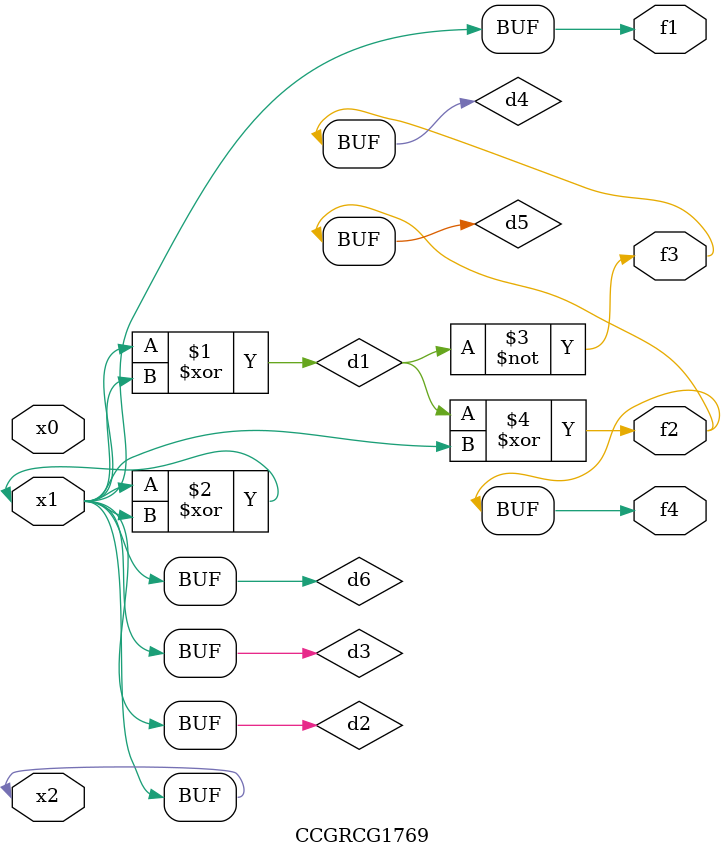
<source format=v>
module CCGRCG1769(
	input x0, x1, x2,
	output f1, f2, f3, f4
);

	wire d1, d2, d3, d4, d5, d6;

	xor (d1, x1, x2);
	buf (d2, x1, x2);
	xor (d3, x1, x2);
	nor (d4, d1);
	xor (d5, d1, d2);
	buf (d6, d2, d3);
	assign f1 = d6;
	assign f2 = d5;
	assign f3 = d4;
	assign f4 = d5;
endmodule

</source>
